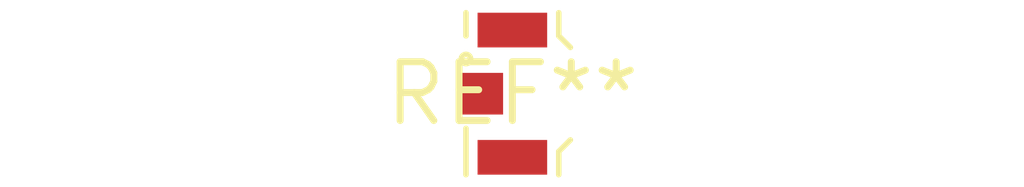
<source format=kicad_pcb>
(kicad_pcb (version 20240108) (generator pcbnew)
  (layers (0 "F.Cu" signal) (31 "B.Cu" signal) (34 "B.Paste" user) (35 "F.Paste" user) (36 "B.SilkS" user "B.Silkscreen") (37 "F.SilkS" user "F.Silkscreen") (38 "B.Mask" user) (39 "F.Mask" user) (44 "Edge.Cuts" user))
  (net 0 "")
  (footprint "LED_LiteOn_LTST-S326" (layer "F.Cu") (at 0 0)
    (property "Reference" "REF**")
    (property "Value" "LED_LiteOn_LTST-S326")
    (fp_line (start -1 -1.75) (end -1 -1.25) (layer "F.SilkS") (stroke (width 0.12)))
    (fp_line (start -1 1.75) (end -1 0.75) (layer "F.SilkS") (stroke (width 0.12)))
    (fp_line (start 1 -1.75) (end 1 -1.25) (layer "F.SilkS") (stroke (width 0.12)))
    (fp_line (start 1 -1.25) (end 1.25 -1) (layer "F.SilkS") (stroke (width 0.12)))
    (fp_line (start 1 1.25) (end 1 1.75) (layer "F.SilkS") (stroke (width 0.12)))
    (fp_line (start 1 1.25) (end 1.25 1) (layer "F.SilkS") (stroke (width 0.12)))
    (fp_circle (center -1 -0.75) (end -0.9 -0.75) (layer "F.SilkS") (stroke (width 0.12)) (fill none))
    (pad "1" smd rect (at 0 -1.375 180) (size 1.5 0.75) (layers "F.Cu" "F.Paste" "F.Mask"))
    (pad "2" smd rect (at -0.65 0 180) (size 0.9 0.9) (layers "F.Cu" "F.Paste" "F.Mask"))
    (pad "3" smd rect (at 0 1.375 180) (size 1.5 0.75) (layers "F.Cu" "F.Paste" "F.Mask"))
  )
)
</source>
